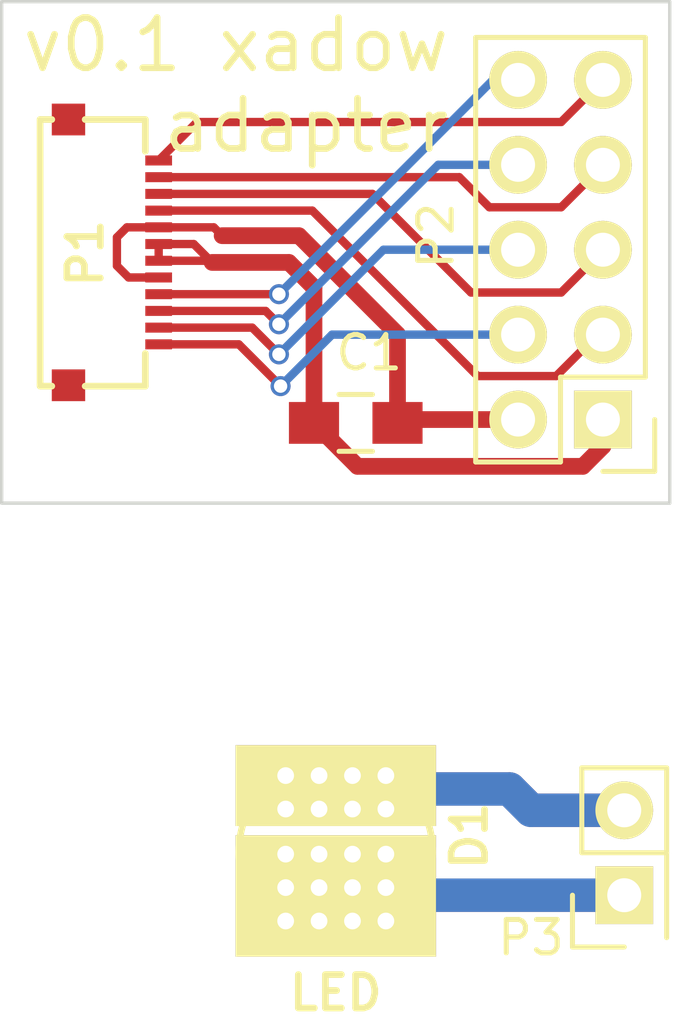
<source format=kicad_pcb>
(kicad_pcb (version 4) (host pcbnew 0.201510090346+6256~30~ubuntu14.04.1-product)

  (general
    (links 36)
    (no_connects 0)
    (area 130.8 82.949999 156.108334 114.836333)
    (thickness 1.6)
    (drawings 6)
    (tracks 72)
    (zones 0)
    (modules 5)
    (nets 13)
  )

  (page A4)
  (layers
    (0 F.Cu signal)
    (31 B.Cu signal)
    (32 B.Adhes user)
    (33 F.Adhes user)
    (34 B.Paste user)
    (35 F.Paste user)
    (36 B.SilkS user)
    (37 F.SilkS user)
    (38 B.Mask user)
    (39 F.Mask user)
    (40 Dwgs.User user)
    (41 Cmts.User user)
    (42 Eco1.User user)
    (43 Eco2.User user)
    (44 Edge.Cuts user)
    (45 Margin user)
    (46 B.CrtYd user)
    (47 F.CrtYd user)
    (48 B.Fab user)
    (49 F.Fab user)
  )

  (setup
    (last_trace_width 1)
    (trace_clearance 0.2)
    (zone_clearance 0.508)
    (zone_45_only no)
    (trace_min 0.2)
    (segment_width 0.2)
    (edge_width 0.1)
    (via_size 0.6)
    (via_drill 0.4)
    (via_min_size 0.4)
    (via_min_drill 0.3)
    (uvia_size 0.3)
    (uvia_drill 0.1)
    (uvias_allowed no)
    (uvia_min_size 0.2)
    (uvia_min_drill 0.1)
    (pcb_text_width 0.3)
    (pcb_text_size 1.5 1.5)
    (mod_edge_width 0.15)
    (mod_text_size 1 1)
    (mod_text_width 0.15)
    (pad_size 1.5 1.5)
    (pad_drill 0.6)
    (pad_to_mask_clearance 0)
    (aux_axis_origin 0 0)
    (visible_elements FFFFFF7F)
    (pcbplotparams
      (layerselection 0x010f0_80000001)
      (usegerberextensions true)
      (excludeedgelayer true)
      (linewidth 0.200000)
      (plotframeref false)
      (viasonmask false)
      (mode 1)
      (useauxorigin false)
      (hpglpennumber 1)
      (hpglpenspeed 20)
      (hpglpendiameter 15)
      (hpglpenoverlay 2)
      (psnegative false)
      (psa4output false)
      (plotreference true)
      (plotvalue true)
      (plotinvisibletext false)
      (padsonsilk false)
      (subtractmaskfromsilk false)
      (outputformat 1)
      (mirror false)
      (drillshape 0)
      (scaleselection 1)
      (outputdirectory gerbers/))
  )

  (net 0 "")
  (net 1 PD3/TXO/D1)
  (net 2 PD2/RXI/D0)
  (net 3 PD1/SDA/D2)
  (net 4 PD0/SCL/D3)
  (net 5 3V3)
  (net 6 GND)
  (net 7 PF0/A5)
  (net 8 PB3/D14/MISO)
  (net 9 PB2/D16/MOSI)
  (net 10 PB1/D15/SCK)
  (net 11 "Net-(D1-Pad1)")
  (net 12 "Net-(D1-Pad2)")

  (net_class Default "This is the default net class."
    (clearance 0.2)
    (trace_width 1)
    (via_dia 0.6)
    (via_drill 0.4)
    (uvia_dia 0.3)
    (uvia_drill 0.1)
    (add_net 3V3)
    (add_net GND)
    (add_net "Net-(D1-Pad1)")
    (add_net "Net-(D1-Pad2)")
    (add_net PB1/D15/SCK)
    (add_net PB2/D16/MOSI)
    (add_net PB3/D14/MISO)
    (add_net PD0/SCL/D3)
    (add_net PD1/SDA/D2)
    (add_net PD2/RXI/D0)
    (add_net PD3/TXO/D1)
    (add_net PF0/A5)
  )

  (module LUXEON-3535L (layer F.Cu) (tedit 561A3223) (tstamp 561A36DA)
    (at 143.002 107.95)
    (path /561A29CF)
    (fp_text reference D1 (at 4 0 90) (layer F.SilkS)
      (effects (font (size 1 1) (thickness 0.2)))
    )
    (fp_text value LED (at 0 4.7) (layer F.SilkS)
      (effects (font (size 1 1) (thickness 0.2)))
    )
    (fp_circle (center 0 0.5) (end 2.9 0.4) (layer F.SilkS) (width 0.2))
    (pad 2 thru_hole rect (at -1.5 2.55) (size 1 1) (drill 0.5) (layers *.Cu *.Mask F.SilkS)
      (net 12 "Net-(D1-Pad2)"))
    (pad 2 thru_hole rect (at -1.5 1.55) (size 1 1) (drill 0.5) (layers *.Cu *.Mask F.SilkS)
      (net 12 "Net-(D1-Pad2)"))
    (pad 2 thru_hole rect (at -1.5 0.55) (size 1 1) (drill 0.5) (layers *.Cu *.Mask F.SilkS)
      (net 12 "Net-(D1-Pad2)"))
    (pad 2 thru_hole rect (at 1.5 2.55) (size 1 1) (drill 0.5) (layers *.Cu *.Mask F.SilkS)
      (net 12 "Net-(D1-Pad2)"))
    (pad 2 thru_hole rect (at 1.5 1.55) (size 1 1) (drill 0.5) (layers *.Cu *.Mask F.SilkS)
      (net 12 "Net-(D1-Pad2)"))
    (pad 2 thru_hole rect (at 1.5 0.55) (size 1 1) (drill 0.5) (layers *.Cu *.Mask F.SilkS)
      (net 12 "Net-(D1-Pad2)"))
    (pad 2 thru_hole rect (at 0.5 2.55) (size 1 1) (drill 0.5) (layers *.Cu *.Mask F.SilkS)
      (net 12 "Net-(D1-Pad2)"))
    (pad 2 thru_hole rect (at 0.5 1.55) (size 1 1) (drill 0.5) (layers *.Cu *.Mask F.SilkS)
      (net 12 "Net-(D1-Pad2)"))
    (pad 2 thru_hole rect (at 0.5 0.55) (size 1 1) (drill 0.5) (layers *.Cu *.Mask F.SilkS)
      (net 12 "Net-(D1-Pad2)"))
    (pad 2 thru_hole rect (at -0.5 0.55) (size 1 1) (drill 0.5) (layers *.Cu *.Mask F.SilkS)
      (net 12 "Net-(D1-Pad2)"))
    (pad 2 thru_hole rect (at -0.5 2.55) (size 1 1) (drill 0.5) (layers *.Cu *.Mask F.SilkS)
      (net 12 "Net-(D1-Pad2)"))
    (pad 1 thru_hole rect (at -0.5 -0.8) (size 1 1) (drill 0.5) (layers *.Cu *.Mask F.SilkS)
      (net 11 "Net-(D1-Pad1)"))
    (pad 1 thru_hole rect (at 0.5 -0.8) (size 1 1) (drill 0.5) (layers *.Cu *.Mask F.SilkS)
      (net 11 "Net-(D1-Pad1)"))
    (pad 1 thru_hole rect (at -1.5 -0.8) (size 1 1) (drill 0.5) (layers *.Cu *.Mask F.SilkS)
      (net 11 "Net-(D1-Pad1)"))
    (pad 1 thru_hole rect (at 1.5 -0.8) (size 1 1) (drill 0.5) (layers *.Cu *.Mask F.SilkS)
      (net 11 "Net-(D1-Pad1)"))
    (pad 1 thru_hole rect (at -1.5 -1.8) (size 1 1) (drill 0.5) (layers *.Cu *.Mask F.SilkS)
      (net 11 "Net-(D1-Pad1)"))
    (pad 1 thru_hole rect (at -0.5 -1.8) (size 1 1) (drill 0.5) (layers *.Cu *.Mask F.SilkS)
      (net 11 "Net-(D1-Pad1)"))
    (pad 1 thru_hole rect (at 0.5 -1.8) (size 1 1) (drill 0.5) (layers *.Cu *.Mask F.SilkS)
      (net 11 "Net-(D1-Pad1)"))
    (pad 2 thru_hole rect (at -0.5 1.55) (size 1 1) (drill 0.5) (layers *.Cu *.Mask F.SilkS)
      (net 12 "Net-(D1-Pad2)"))
    (pad 1 smd rect (at 0 -1.5) (size 6 2.42) (layers *.Cu F.SilkS)
      (net 11 "Net-(D1-Pad1)"))
    (pad 1 thru_hole rect (at 1.5 -1.8) (size 1 1) (drill 0.5) (layers *.Cu *.Mask F.SilkS)
      (net 11 "Net-(D1-Pad1)"))
    (pad 2 smd rect (at 0 1.8) (size 6 3.63) (layers *.Cu F.SilkS)
      (net 12 "Net-(D1-Pad2)"))
  )

  (module chenit:FCI-1051922-12 (layer F.Cu) (tedit 5618C121) (tstamp 5618BB11)
    (at 135.5 90.5 270)
    (path /5616AD4A)
    (fp_text reference P1 (at 0.025 0 270) (layer F.SilkS)
      (effects (font (size 1 1) (thickness 0.2)))
    )
    (fp_text value CONN_01X12 (at -0.5 3.5 270) (layer F.Fab) hide
      (effects (font (size 1 1) (thickness 0.2)))
    )
    (fp_line (start 4 0) (end 4 -1.8) (layer F.SilkS) (width 0.2))
    (fp_line (start 4 -1.8) (end 3.025 -1.8) (layer F.SilkS) (width 0.2))
    (fp_line (start -3.975 0) (end -3.975 -1.8) (layer F.SilkS) (width 0.2))
    (fp_line (start -3.975 -1.8) (end -3.025 -1.8) (layer F.SilkS) (width 0.2))
    (fp_line (start -3.975 1) (end -3.975 1.35) (layer F.SilkS) (width 0.2))
    (fp_line (start -3.975 1.35) (end 3.95 1.35) (layer F.SilkS) (width 0.2))
    (fp_line (start 3.95 1.35) (end 3.975 1.35) (layer F.SilkS) (width 0.2))
    (fp_line (start 4 1.35) (end 4 1) (layer F.SilkS) (width 0.2))
    (pad 1 smd rect (at -2.75 -2.2 270) (size 0.3 0.8) (layers F.Cu F.Paste F.Mask)
      (net 1 PD3/TXO/D1))
    (pad 2 smd rect (at -2.25 -2.2 270) (size 0.3 0.8) (layers F.Cu F.Paste F.Mask)
      (net 2 PD2/RXI/D0))
    (pad 3 smd rect (at -1.75 -2.2 270) (size 0.3 0.8) (layers F.Cu F.Paste F.Mask)
      (net 3 PD1/SDA/D2))
    (pad 4 smd rect (at -1.25 -2.2 270) (size 0.3 0.8) (layers F.Cu F.Paste F.Mask)
      (net 4 PD0/SCL/D3))
    (pad 5 smd rect (at -0.75 -2.2 270) (size 0.3 0.8) (layers F.Cu F.Paste F.Mask)
      (net 5 3V3))
    (pad 6 smd rect (at -0.25 -2.2 270) (size 0.3 0.8) (layers F.Cu F.Paste F.Mask)
      (net 6 GND))
    (pad 7 smd rect (at 0.25 -2.2 270) (size 0.3 0.8) (layers F.Cu F.Paste F.Mask)
      (net 6 GND))
    (pad 8 smd rect (at 0.75 -2.2 270) (size 0.3 0.8) (layers F.Cu F.Paste F.Mask)
      (net 5 3V3))
    (pad 9 smd rect (at 1.25 -2.2 270) (size 0.3 0.8) (layers F.Cu F.Paste F.Mask)
      (net 7 PF0/A5))
    (pad 10 smd rect (at 1.75 -2.2 270) (size 0.3 0.8) (layers F.Cu F.Paste F.Mask)
      (net 8 PB3/D14/MISO))
    (pad 11 smd rect (at 2.25 -2.2 270) (size 0.3 0.8) (layers F.Cu F.Paste F.Mask)
      (net 9 PB2/D16/MOSI))
    (pad 12 smd rect (at 2.75 -2.2 270) (size 0.3 0.8) (layers F.Cu F.Paste F.Mask)
      (net 10 PB1/D15/SCK))
    (pad 13 smd rect (at -3.975 0.5 270) (size 0.95 1) (layers F.Cu F.Paste F.Mask))
    (pad 13 smd rect (at 3.975 0.5 270) (size 0.95 1) (layers F.Cu F.Paste F.Mask))
  )

  (module Pin_Headers:Pin_Header_Straight_2x05 (layer F.Cu) (tedit 5618C242) (tstamp 5618BB1F)
    (at 151 95.5 180)
    (descr "Through hole pin header")
    (tags "pin header")
    (path /5616AE0F)
    (fp_text reference P2 (at 5 5.5 270) (layer F.SilkS)
      (effects (font (size 1 1) (thickness 0.15)))
    )
    (fp_text value CONN_02X05 (at 0 -3.1 180) (layer F.Fab) hide
      (effects (font (size 1 1) (thickness 0.15)))
    )
    (fp_line (start -1.75 -1.75) (end -1.75 11.95) (layer F.CrtYd) (width 0.05))
    (fp_line (start 4.3 -1.75) (end 4.3 11.95) (layer F.CrtYd) (width 0.05))
    (fp_line (start -1.75 -1.75) (end 4.3 -1.75) (layer F.CrtYd) (width 0.05))
    (fp_line (start -1.75 11.95) (end 4.3 11.95) (layer F.CrtYd) (width 0.05))
    (fp_line (start 3.81 -1.27) (end 3.81 11.43) (layer F.SilkS) (width 0.15))
    (fp_line (start 3.81 11.43) (end -1.27 11.43) (layer F.SilkS) (width 0.15))
    (fp_line (start -1.27 11.43) (end -1.27 1.27) (layer F.SilkS) (width 0.15))
    (fp_line (start 3.81 -1.27) (end 1.27 -1.27) (layer F.SilkS) (width 0.15))
    (fp_line (start 0 -1.55) (end -1.55 -1.55) (layer F.SilkS) (width 0.15))
    (fp_line (start 1.27 -1.27) (end 1.27 1.27) (layer F.SilkS) (width 0.15))
    (fp_line (start 1.27 1.27) (end -1.27 1.27) (layer F.SilkS) (width 0.15))
    (fp_line (start -1.55 -1.55) (end -1.55 0) (layer F.SilkS) (width 0.15))
    (pad 1 thru_hole rect (at 0 0 180) (size 1.7272 1.7272) (drill 1.016) (layers *.Cu *.Mask F.SilkS)
      (net 6 GND))
    (pad 2 thru_hole oval (at 2.54 0 180) (size 1.7272 1.7272) (drill 1.016) (layers *.Cu *.Mask F.SilkS)
      (net 5 3V3))
    (pad 3 thru_hole oval (at 0 2.54 180) (size 1.7272 1.7272) (drill 1.016) (layers *.Cu *.Mask F.SilkS)
      (net 4 PD0/SCL/D3))
    (pad 4 thru_hole oval (at 2.54 2.54 180) (size 1.7272 1.7272) (drill 1.016) (layers *.Cu *.Mask F.SilkS)
      (net 10 PB1/D15/SCK))
    (pad 5 thru_hole oval (at 0 5.08 180) (size 1.7272 1.7272) (drill 1.016) (layers *.Cu *.Mask F.SilkS)
      (net 3 PD1/SDA/D2))
    (pad 6 thru_hole oval (at 2.54 5.08 180) (size 1.7272 1.7272) (drill 1.016) (layers *.Cu *.Mask F.SilkS)
      (net 9 PB2/D16/MOSI))
    (pad 7 thru_hole oval (at 0 7.62 180) (size 1.7272 1.7272) (drill 1.016) (layers *.Cu *.Mask F.SilkS)
      (net 2 PD2/RXI/D0))
    (pad 8 thru_hole oval (at 2.54 7.62 180) (size 1.7272 1.7272) (drill 1.016) (layers *.Cu *.Mask F.SilkS)
      (net 8 PB3/D14/MISO))
    (pad 9 thru_hole oval (at 0 10.16 180) (size 1.7272 1.7272) (drill 1.016) (layers *.Cu *.Mask F.SilkS)
      (net 1 PD3/TXO/D1))
    (pad 10 thru_hole oval (at 2.54 10.16 180) (size 1.7272 1.7272) (drill 1.016) (layers *.Cu *.Mask F.SilkS)
      (net 7 PF0/A5))
    (model Pin_Headers.3dshapes/Pin_Header_Straight_2x05.wrl
      (at (xyz 0.05 -0.2 0))
      (scale (xyz 1 1 1))
      (rotate (xyz 0 0 90))
    )
  )

  (module Capacitors_SMD:C_0805_HandSoldering (layer F.Cu) (tedit 5618C24E) (tstamp 5618BC8E)
    (at 143.6 95.6 180)
    (descr "Capacitor SMD 0805, hand soldering")
    (tags "capacitor 0805")
    (path /5618BBC6)
    (attr smd)
    (fp_text reference C1 (at -0.4 2.1 180) (layer F.SilkS)
      (effects (font (size 1 1) (thickness 0.15)))
    )
    (fp_text value C_Small (at 0.1 -1.4 180) (layer F.Fab) hide
      (effects (font (size 1 1) (thickness 0.15)))
    )
    (fp_line (start -2.3 -1) (end 2.3 -1) (layer F.CrtYd) (width 0.05))
    (fp_line (start -2.3 1) (end 2.3 1) (layer F.CrtYd) (width 0.05))
    (fp_line (start -2.3 -1) (end -2.3 1) (layer F.CrtYd) (width 0.05))
    (fp_line (start 2.3 -1) (end 2.3 1) (layer F.CrtYd) (width 0.05))
    (fp_line (start 0.5 -0.85) (end -0.5 -0.85) (layer F.SilkS) (width 0.15))
    (fp_line (start -0.5 0.85) (end 0.5 0.85) (layer F.SilkS) (width 0.15))
    (pad 1 smd rect (at -1.25 0 180) (size 1.5 1.25) (layers F.Cu F.Paste F.Mask)
      (net 5 3V3))
    (pad 2 smd rect (at 1.25 0 180) (size 1.5 1.25) (layers F.Cu F.Paste F.Mask)
      (net 6 GND))
    (model Capacitors_SMD.3dshapes/C_0805_HandSoldering.wrl
      (at (xyz 0 0 0))
      (scale (xyz 1 1 1))
      (rotate (xyz 0 0 0))
    )
  )

  (module Pin_Headers:Pin_Header_Straight_2x01 (layer F.Cu) (tedit 561A3260) (tstamp 561A2ECB)
    (at 151.638 109.728 90)
    (descr "Through hole pin header")
    (tags "pin header")
    (path /561A2B44)
    (fp_text reference P3 (at -1.27 -2.794 180) (layer F.SilkS)
      (effects (font (size 1 1) (thickness 0.15)))
    )
    (fp_text value CONN_01X02 (at 0 -3.1 90) (layer F.Fab) hide
      (effects (font (size 1 1) (thickness 0.15)))
    )
    (fp_line (start -1.75 -1.75) (end -1.75 1.75) (layer F.CrtYd) (width 0.05))
    (fp_line (start 4.3 -1.75) (end 4.3 1.75) (layer F.CrtYd) (width 0.05))
    (fp_line (start -1.75 -1.75) (end 4.3 -1.75) (layer F.CrtYd) (width 0.05))
    (fp_line (start -1.75 1.75) (end 4.3 1.75) (layer F.CrtYd) (width 0.05))
    (fp_line (start -1.55 0) (end -1.55 -1.55) (layer F.SilkS) (width 0.15))
    (fp_line (start 0 -1.55) (end -1.55 -1.55) (layer F.SilkS) (width 0.15))
    (fp_line (start -1.27 1.27) (end 1.27 1.27) (layer F.SilkS) (width 0.15))
    (fp_line (start 3.81 -1.27) (end 1.27 -1.27) (layer F.SilkS) (width 0.15))
    (fp_line (start 1.27 -1.27) (end 1.27 1.27) (layer F.SilkS) (width 0.15))
    (fp_line (start 1.27 1.27) (end 3.81 1.27) (layer F.SilkS) (width 0.15))
    (fp_line (start 3.81 1.27) (end 3.81 -1.27) (layer F.SilkS) (width 0.15))
    (pad 1 thru_hole rect (at 0 0 90) (size 1.7272 1.7272) (drill 1.016) (layers *.Cu *.Mask F.SilkS)
      (net 12 "Net-(D1-Pad2)"))
    (pad 2 thru_hole oval (at 2.54 0 90) (size 1.7272 1.7272) (drill 1.016) (layers *.Cu *.Mask F.SilkS)
      (net 11 "Net-(D1-Pad1)"))
    (model Pin_Headers.3dshapes/Pin_Header_Straight_2x01.wrl
      (at (xyz 0.05 0 0))
      (scale (xyz 1 1 1))
      (rotate (xyz 0 0 90))
    )
  )

  (gr_text "v0.1 xadow\nadapter" (at 146.5 85.5) (layer F.SilkS)
    (effects (font (size 1.5 1.5) (thickness 0.2)) (justify right))
  )
  (gr_line (start 153 98) (end 153 83) (angle 90) (layer Edge.Cuts) (width 0.1))
  (gr_line (start 133 98) (end 153 98) (angle 90) (layer Edge.Cuts) (width 0.1))
  (gr_line (start 133 83) (end 133 98) (angle 90) (layer Edge.Cuts) (width 0.1))
  (gr_line (start 134 83) (end 133 83) (angle 90) (layer Edge.Cuts) (width 0.1))
  (gr_line (start 153 83) (end 134 83) (angle 90) (layer Edge.Cuts) (width 0.1))

  (segment (start 151 85.34) (end 151 85.35) (width 0.25) (layer F.Cu) (net 1))
  (segment (start 151 85.35) (end 149.75 86.6) (width 0.25) (layer F.Cu) (net 1) (tstamp 5618BD39))
  (segment (start 149.75 86.6) (end 138.85 86.6) (width 0.25) (layer F.Cu) (net 1) (tstamp 5618BD49))
  (segment (start 138.85 86.6) (end 137.7 87.75) (width 0.25) (layer F.Cu) (net 1) (tstamp 5618BD5A))
  (segment (start 151 87.88) (end 151 87.9) (width 0.25) (layer F.Cu) (net 2))
  (segment (start 151 87.9) (end 149.75 89.15) (width 0.25) (layer F.Cu) (net 2) (tstamp 5618BD63))
  (segment (start 149.75 89.15) (end 147.6 89.15) (width 0.25) (layer F.Cu) (net 2) (tstamp 5618BD6C))
  (segment (start 147.6 89.15) (end 146.7 88.25) (width 0.25) (layer F.Cu) (net 2) (tstamp 5618BD71))
  (segment (start 146.7 88.25) (end 137.7 88.25) (width 0.25) (layer F.Cu) (net 2) (tstamp 5618BD80))
  (segment (start 151 90.42) (end 151 90.45) (width 0.25) (layer F.Cu) (net 3))
  (segment (start 151 90.45) (end 149.75 91.7) (width 0.25) (layer F.Cu) (net 3) (tstamp 5618BD88))
  (segment (start 149.75 91.7) (end 147.05 91.7) (width 0.25) (layer F.Cu) (net 3) (tstamp 5618BD8B))
  (segment (start 147.05 91.7) (end 144.1 88.75) (width 0.25) (layer F.Cu) (net 3) (tstamp 5618BD95))
  (segment (start 144.1 88.75) (end 137.7 88.75) (width 0.25) (layer F.Cu) (net 3) (tstamp 5618BD9B))
  (segment (start 151 92.96) (end 150.84 92.96) (width 0.25) (layer F.Cu) (net 4))
  (segment (start 150.84 92.96) (end 149.6 94.2) (width 0.25) (layer F.Cu) (net 4) (tstamp 5618BDA3))
  (segment (start 149.6 94.2) (end 147.25 94.2) (width 0.25) (layer F.Cu) (net 4) (tstamp 5618BDA9))
  (segment (start 147.25 94.2) (end 142.3 89.25) (width 0.25) (layer F.Cu) (net 4) (tstamp 5618BDAC))
  (segment (start 142.3 89.25) (end 137.7 89.25) (width 0.25) (layer F.Cu) (net 4) (tstamp 5618BDB3))
  (segment (start 137.7 89.75) (end 139.35 89.75) (width 0.25) (layer F.Cu) (net 5))
  (segment (start 144.85 92.95) (end 141.9 90) (width 0.5) (layer F.Cu) (net 5) (tstamp 5618BEE6))
  (segment (start 141.9 90) (end 139.6 90) (width 0.5) (layer F.Cu) (net 5) (tstamp 5618BEED))
  (segment (start 144.85 92.95) (end 144.85 95.6) (width 0.5) (layer F.Cu) (net 5))
  (segment (start 139.35 89.75) (end 139.6 90) (width 0.25) (layer F.Cu) (net 5) (tstamp 5618BF6B))
  (segment (start 148.46 95.5) (end 144.95 95.5) (width 0.5) (layer F.Cu) (net 5))
  (segment (start 144.95 95.5) (end 144.85 95.6) (width 0.5) (layer F.Cu) (net 5) (tstamp 5618BEE2))
  (segment (start 137.7 91.25) (end 136.8 91.25) (width 0.25) (layer F.Cu) (net 5))
  (segment (start 136.75 89.75) (end 137.7 89.75) (width 0.25) (layer F.Cu) (net 5) (tstamp 5618BDC9))
  (segment (start 136.45 90.05) (end 136.75 89.75) (width 0.25) (layer F.Cu) (net 5) (tstamp 5618BDC6))
  (segment (start 136.45 90.9) (end 136.45 90.05) (width 0.25) (layer F.Cu) (net 5) (tstamp 5618BDC5))
  (segment (start 136.8 91.25) (end 136.45 90.9) (width 0.25) (layer F.Cu) (net 5) (tstamp 5618BDC2))
  (segment (start 137.7 90.75) (end 139.25 90.75) (width 0.25) (layer F.Cu) (net 6))
  (segment (start 139.25 90.75) (end 139.3 90.8) (width 0.25) (layer F.Cu) (net 6) (tstamp 5618BF7D))
  (segment (start 137.7 90.25) (end 138.75 90.25) (width 0.25) (layer F.Cu) (net 6))
  (segment (start 138.75 90.25) (end 139.3 90.8) (width 0.25) (layer F.Cu) (net 6) (tstamp 5618BF72))
  (segment (start 142.35 91.55) (end 141.6 90.8) (width 0.5) (layer F.Cu) (net 6) (tstamp 5618BF11))
  (segment (start 142.35 91.55) (end 142.35 95.6) (width 0.5) (layer F.Cu) (net 6))
  (segment (start 141.6 90.8) (end 139.3 90.8) (width 0.5) (layer F.Cu) (net 6) (tstamp 5618BF19))
  (segment (start 151 95.5) (end 151 96.3) (width 0.5) (layer F.Cu) (net 6))
  (segment (start 151 96.3) (end 150.4 96.9) (width 0.5) (layer F.Cu) (net 6) (tstamp 5618BF05))
  (segment (start 143.65 96.9) (end 142.35 95.6) (width 0.5) (layer F.Cu) (net 6) (tstamp 5618BF0A))
  (segment (start 150.4 96.9) (end 143.65 96.9) (width 0.5) (layer F.Cu) (net 6) (tstamp 5618BF07))
  (segment (start 137.7 90.25) (end 137.7 90.75) (width 0.25) (layer F.Cu) (net 6))
  (segment (start 137.7 91.75) (end 141.3 91.75) (width 0.25) (layer F.Cu) (net 7))
  (segment (start 141.3 91.75) (end 147.71 85.34) (width 0.25) (layer B.Cu) (net 7) (tstamp 5618BFF9))
  (via (at 141.3 91.75) (size 0.6) (drill 0.4) (layers F.Cu B.Cu) (net 7))
  (segment (start 147.71 85.34) (end 148.46 85.34) (width 0.25) (layer B.Cu) (net 7) (tstamp 5618BFFA))
  (segment (start 137.7 92.25) (end 140.9 92.25) (width 0.25) (layer F.Cu) (net 8))
  (segment (start 146.07 87.88) (end 148.46 87.88) (width 0.25) (layer B.Cu) (net 8) (tstamp 5618C020))
  (segment (start 141.3 92.65) (end 146.07 87.88) (width 0.25) (layer B.Cu) (net 8) (tstamp 5618C01F))
  (via (at 141.3 92.65) (size 0.6) (drill 0.4) (layers F.Cu B.Cu) (net 8))
  (segment (start 140.9 92.25) (end 141.3 92.65) (width 0.25) (layer F.Cu) (net 8) (tstamp 5618C003))
  (segment (start 137.7 92.75) (end 140.5 92.75) (width 0.25) (layer F.Cu) (net 9))
  (segment (start 144.43 90.42) (end 148.46 90.42) (width 0.25) (layer B.Cu) (net 9) (tstamp 5618C037))
  (segment (start 141.3 93.55) (end 144.43 90.42) (width 0.25) (layer B.Cu) (net 9) (tstamp 5618C036))
  (via (at 141.3 93.55) (size 0.6) (drill 0.4) (layers F.Cu B.Cu) (net 9))
  (segment (start 140.5 92.75) (end 141.3 93.55) (width 0.25) (layer F.Cu) (net 9) (tstamp 5618C028))
  (segment (start 137.7 93.25) (end 140.1 93.25) (width 0.25) (layer F.Cu) (net 10))
  (segment (start 142.89 92.96) (end 148.46 92.96) (width 0.25) (layer B.Cu) (net 10) (tstamp 5618C06C))
  (segment (start 141.35 94.5) (end 142.89 92.96) (width 0.25) (layer B.Cu) (net 10) (tstamp 5618C06B))
  (via (at 141.35 94.5) (size 0.6) (drill 0.4) (layers F.Cu B.Cu) (net 10))
  (segment (start 140.1 93.25) (end 141.35 94.5) (width 0.25) (layer F.Cu) (net 10) (tstamp 5618C056))
  (segment (start 151.638 107.188) (end 148.844 107.188) (width 1) (layer F.Cu) (net 11))
  (segment (start 148.844 107.188) (end 148.206001 106.550001) (width 1) (layer F.Cu) (net 11) (tstamp 561A2EDE))
  (segment (start 148.206001 106.550001) (end 143 106.550001) (width 1) (layer F.Cu) (net 11) (tstamp 561A2EDF))
  (segment (start 151.638 107.188) (end 148.844 107.188) (width 1) (layer B.Cu) (net 11))
  (segment (start 148.206001 106.550001) (end 143 106.550001) (width 1) (layer B.Cu) (net 11) (tstamp 561A2EDB))
  (segment (start 148.844 107.188) (end 148.206001 106.550001) (width 1) (layer B.Cu) (net 11) (tstamp 561A2EDA))
  (segment (start 151.638 109.728) (end 143.122001 109.728) (width 1) (layer F.Cu) (net 12))
  (segment (start 143.122001 109.728) (end 143 109.850001) (width 1) (layer F.Cu) (net 12) (tstamp 561A30D2))
  (segment (start 151.638 109.728) (end 143.122001 109.728) (width 1) (layer B.Cu) (net 12))
  (segment (start 143.122001 109.728) (end 143 109.850001) (width 1) (layer B.Cu) (net 12) (tstamp 561A30CF))

)

</source>
